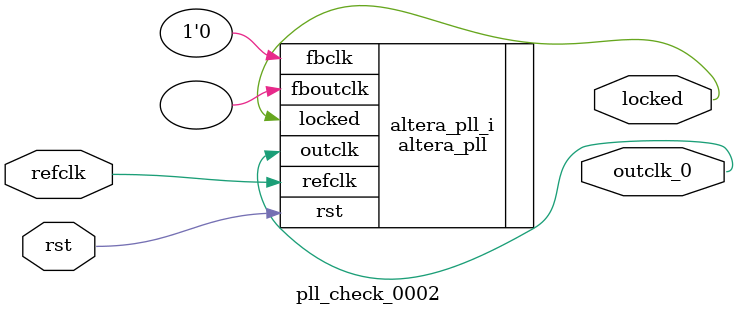
<source format=v>
`timescale 1ns/10ps
module  pll_check_0002(

	// interface 'refclk'
	input wire refclk,

	// interface 'reset'
	input wire rst,

	// interface 'outclk0'
	output wire outclk_0,

	// interface 'locked'
	output wire locked
);

	altera_pll #(
		.fractional_vco_multiplier("false"),
		.reference_clock_frequency("50.0 MHz"),
		.operation_mode("direct"),
		.number_of_clocks(1),
		.output_clock_frequency0("5.000000 MHz"),
		.phase_shift0("0 ps"),
		.duty_cycle0(50),
		.output_clock_frequency1("0 MHz"),
		.phase_shift1("0 ps"),
		.duty_cycle1(50),
		.output_clock_frequency2("0 MHz"),
		.phase_shift2("0 ps"),
		.duty_cycle2(50),
		.output_clock_frequency3("0 MHz"),
		.phase_shift3("0 ps"),
		.duty_cycle3(50),
		.output_clock_frequency4("0 MHz"),
		.phase_shift4("0 ps"),
		.duty_cycle4(50),
		.output_clock_frequency5("0 MHz"),
		.phase_shift5("0 ps"),
		.duty_cycle5(50),
		.output_clock_frequency6("0 MHz"),
		.phase_shift6("0 ps"),
		.duty_cycle6(50),
		.output_clock_frequency7("0 MHz"),
		.phase_shift7("0 ps"),
		.duty_cycle7(50),
		.output_clock_frequency8("0 MHz"),
		.phase_shift8("0 ps"),
		.duty_cycle8(50),
		.output_clock_frequency9("0 MHz"),
		.phase_shift9("0 ps"),
		.duty_cycle9(50),
		.output_clock_frequency10("0 MHz"),
		.phase_shift10("0 ps"),
		.duty_cycle10(50),
		.output_clock_frequency11("0 MHz"),
		.phase_shift11("0 ps"),
		.duty_cycle11(50),
		.output_clock_frequency12("0 MHz"),
		.phase_shift12("0 ps"),
		.duty_cycle12(50),
		.output_clock_frequency13("0 MHz"),
		.phase_shift13("0 ps"),
		.duty_cycle13(50),
		.output_clock_frequency14("0 MHz"),
		.phase_shift14("0 ps"),
		.duty_cycle14(50),
		.output_clock_frequency15("0 MHz"),
		.phase_shift15("0 ps"),
		.duty_cycle15(50),
		.output_clock_frequency16("0 MHz"),
		.phase_shift16("0 ps"),
		.duty_cycle16(50),
		.output_clock_frequency17("0 MHz"),
		.phase_shift17("0 ps"),
		.duty_cycle17(50),
		.pll_type("General"),
		.pll_subtype("General")
	) altera_pll_i (
		.rst	(rst),
		.outclk	({outclk_0}),
		.locked	(locked),
		.fboutclk	( ),
		.fbclk	(1'b0),
		.refclk	(refclk)
	);
endmodule


</source>
